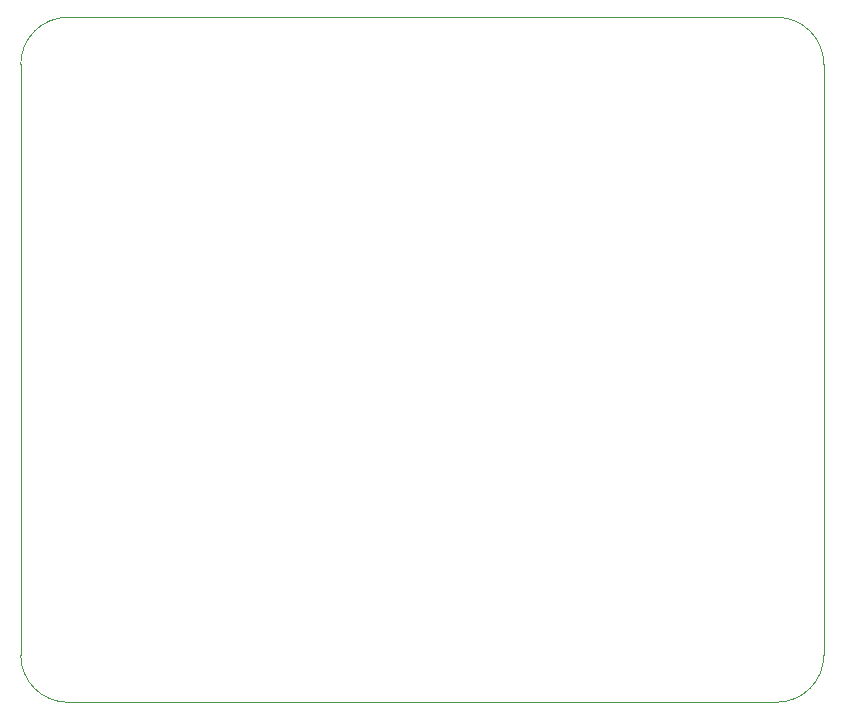
<source format=gm1>
G04 #@! TF.FileFunction,Profile,NP*
%FSLAX46Y46*%
G04 Gerber Fmt 4.6, Leading zero omitted, Abs format (unit mm)*
G04 Created by KiCad (PCBNEW 4.0.0-rc1-stable) date 12/17/2015 4:31:31 PM*
%MOMM*%
G01*
G04 APERTURE LIST*
%ADD10C,0.100000*%
G04 APERTURE END LIST*
D10*
X40000000Y-159000000D02*
G75*
G03X44000000Y-163000000I4000000J0D01*
G01*
X44000000Y-105000000D02*
G75*
G03X40000000Y-109000000I0J-4000000D01*
G01*
X108000000Y-109000000D02*
G75*
G03X104000000Y-105000000I-4000000J0D01*
G01*
X104000000Y-163000000D02*
G75*
G03X108000000Y-159000000I0J4000000D01*
G01*
X40000000Y-159000000D02*
X40000000Y-109000000D01*
X108000000Y-159000000D02*
X108000000Y-109000000D01*
X44000000Y-163000000D02*
X104000000Y-163000000D01*
X104000000Y-105000000D02*
X44000000Y-105000000D01*
M02*

</source>
